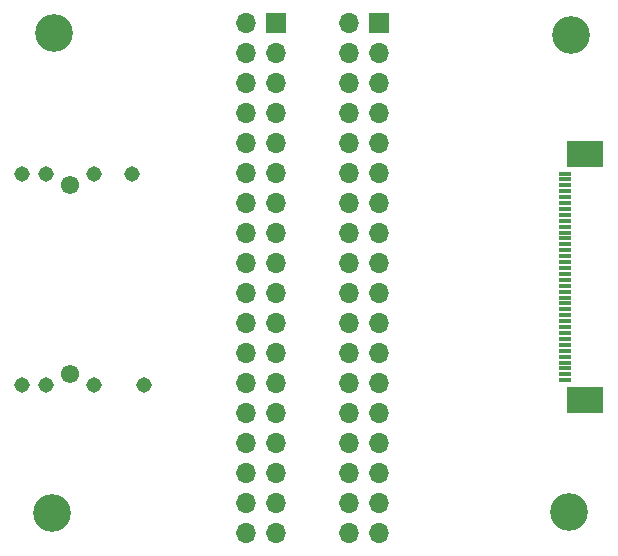
<source format=gbr>
%TF.GenerationSoftware,KiCad,Pcbnew,5.1.10-88a1d61d58~88~ubuntu20.04.1*%
%TF.CreationDate,2021-05-25T15:32:40+07:00*%
%TF.ProjectId,36P-miniSAS-Header-Adapter,3336502d-6d69-46e6-9953-41532d486561,rev?*%
%TF.SameCoordinates,Original*%
%TF.FileFunction,Soldermask,Bot*%
%TF.FilePolarity,Negative*%
%FSLAX46Y46*%
G04 Gerber Fmt 4.6, Leading zero omitted, Abs format (unit mm)*
G04 Created by KiCad (PCBNEW 5.1.10-88a1d61d58~88~ubuntu20.04.1) date 2021-05-25 15:32:40*
%MOMM*%
%LPD*%
G01*
G04 APERTURE LIST*
%ADD10R,1.100000X0.300000*%
%ADD11R,3.100000X2.300000*%
%ADD12C,3.200000*%
%ADD13O,1.700000X1.700000*%
%ADD14R,1.700000X1.700000*%
%ADD15C,1.550000*%
%ADD16C,1.308000*%
G04 APERTURE END LIST*
D10*
%TO.C,J5*%
X197500000Y-11270000D03*
X197500000Y-10770000D03*
X197500000Y-10270000D03*
X197500000Y-9770000D03*
X197500000Y-9270000D03*
X197500000Y-8770000D03*
X197500000Y-8270000D03*
X197500000Y-7770000D03*
X197500000Y-7270000D03*
X197500000Y-6770000D03*
X197500000Y-6270000D03*
X197500000Y-5770000D03*
X197500000Y-5270000D03*
X197500000Y-4770000D03*
X197500000Y-4270000D03*
X197500000Y-3770000D03*
X197500000Y-3270000D03*
X197500000Y-2770000D03*
X197500000Y-2270000D03*
X197500000Y-1770000D03*
X197500000Y-1270000D03*
X197500000Y-770000D03*
X197500000Y-270000D03*
X197500000Y230000D03*
X197500000Y730000D03*
X197500000Y1230000D03*
X197500000Y1730000D03*
X197500000Y2230000D03*
X197500000Y2730000D03*
X197500000Y3230000D03*
D11*
X199200000Y7900000D03*
X199200000Y-12940000D03*
D10*
X197500000Y3730000D03*
X197500000Y4230000D03*
X197500000Y4730000D03*
X197500000Y5230000D03*
X197500000Y5730000D03*
X197500000Y6230000D03*
%TD*%
D12*
%TO.C,H4*%
X198000000Y18000000D03*
%TD*%
%TO.C,H3*%
X197800000Y-22400000D03*
%TD*%
D13*
%TO.C,J4*%
X179210000Y-24180000D03*
X181750000Y-24180000D03*
X179210000Y-21640000D03*
X181750000Y-21640000D03*
X179210000Y-19100000D03*
X181750000Y-19100000D03*
X179210000Y-16560000D03*
X181750000Y-16560000D03*
X179210000Y-14020000D03*
X181750000Y-14020000D03*
X179210000Y-11480000D03*
X181750000Y-11480000D03*
X179210000Y-8940000D03*
X181750000Y-8940000D03*
X179210000Y-6400000D03*
X181750000Y-6400000D03*
X179210000Y-3860000D03*
X181750000Y-3860000D03*
X179210000Y-1320000D03*
X181750000Y-1320000D03*
X179210000Y1220000D03*
X181750000Y1220000D03*
X179210000Y3760000D03*
X181750000Y3760000D03*
X179210000Y6300000D03*
X181750000Y6300000D03*
X179210000Y8840000D03*
X181750000Y8840000D03*
X179210000Y11380000D03*
X181750000Y11380000D03*
X179210000Y13920000D03*
X181750000Y13920000D03*
X179210000Y16460000D03*
X181750000Y16460000D03*
X179210000Y19000000D03*
D14*
X181750000Y19000000D03*
%TD*%
D12*
%TO.C,H2*%
X154100000Y-22500000D03*
%TD*%
%TO.C,H1*%
X154200000Y18100000D03*
%TD*%
D13*
%TO.C,J2*%
X170460000Y-24180000D03*
X173000000Y-24180000D03*
X170460000Y-21640000D03*
X173000000Y-21640000D03*
X170460000Y-19100000D03*
X173000000Y-19100000D03*
X170460000Y-16560000D03*
X173000000Y-16560000D03*
X170460000Y-14020000D03*
X173000000Y-14020000D03*
X170460000Y-11480000D03*
X173000000Y-11480000D03*
X170460000Y-8940000D03*
X173000000Y-8940000D03*
X170460000Y-6400000D03*
X173000000Y-6400000D03*
X170460000Y-3860000D03*
X173000000Y-3860000D03*
X170460000Y-1320000D03*
X173000000Y-1320000D03*
X170460000Y1220000D03*
X173000000Y1220000D03*
X170460000Y3760000D03*
X173000000Y3760000D03*
X170460000Y6300000D03*
X173000000Y6300000D03*
X170460000Y8840000D03*
X173000000Y8840000D03*
X170460000Y11380000D03*
X173000000Y11380000D03*
X170460000Y13920000D03*
X173000000Y13920000D03*
X170460000Y16460000D03*
X173000000Y16460000D03*
X170460000Y19000000D03*
D14*
X173000000Y19000000D03*
%TD*%
D15*
%TO.C,J1*%
X155590000Y5250000D03*
X155590000Y-10750000D03*
D16*
X160830000Y6150000D03*
X157590000Y6150000D03*
X153590000Y6150000D03*
X151560000Y6150000D03*
X161830000Y-11650000D03*
X157590000Y-11650000D03*
X153590000Y-11650000D03*
X151560000Y-11650000D03*
%TD*%
M02*

</source>
